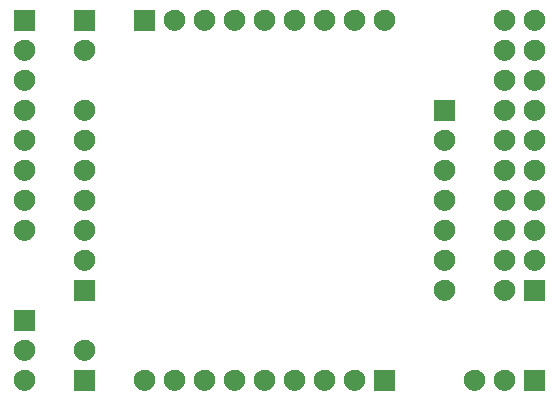
<source format=gbr>
G04 #@! TF.GenerationSoftware,KiCad,Pcbnew,(5.1.5)-3*
G04 #@! TF.CreationDate,2020-01-29T10:29:02+01:00*
G04 #@! TF.ProjectId,ProgrammingBoard,50726f67-7261-46d6-9d69-6e67426f6172,rev?*
G04 #@! TF.SameCoordinates,Original*
G04 #@! TF.FileFunction,Soldermask,Bot*
G04 #@! TF.FilePolarity,Negative*
%FSLAX46Y46*%
G04 Gerber Fmt 4.6, Leading zero omitted, Abs format (unit mm)*
G04 Created by KiCad (PCBNEW (5.1.5)-3) date 2020-01-29 10:29:02*
%MOMM*%
%LPD*%
G04 APERTURE LIST*
%ADD10C,0.100000*%
G04 APERTURE END LIST*
D10*
G36*
X164731000Y-132981000D02*
G01*
X162929000Y-132981000D01*
X162929000Y-131179000D01*
X164731000Y-131179000D01*
X164731000Y-132981000D01*
G37*
G36*
X199503512Y-131183927D02*
G01*
X199652812Y-131213624D01*
X199816784Y-131281544D01*
X199964354Y-131380147D01*
X200089853Y-131505646D01*
X200188456Y-131653216D01*
X200256376Y-131817188D01*
X200291000Y-131991259D01*
X200291000Y-132168741D01*
X200256376Y-132342812D01*
X200188456Y-132506784D01*
X200089853Y-132654354D01*
X199964354Y-132779853D01*
X199816784Y-132878456D01*
X199652812Y-132946376D01*
X199503512Y-132976073D01*
X199478742Y-132981000D01*
X199301258Y-132981000D01*
X199276488Y-132976073D01*
X199127188Y-132946376D01*
X198963216Y-132878456D01*
X198815646Y-132779853D01*
X198690147Y-132654354D01*
X198591544Y-132506784D01*
X198523624Y-132342812D01*
X198489000Y-132168741D01*
X198489000Y-131991259D01*
X198523624Y-131817188D01*
X198591544Y-131653216D01*
X198690147Y-131505646D01*
X198815646Y-131380147D01*
X198963216Y-131281544D01*
X199127188Y-131213624D01*
X199276488Y-131183927D01*
X199301258Y-131179000D01*
X199478742Y-131179000D01*
X199503512Y-131183927D01*
G37*
G36*
X169023512Y-131183927D02*
G01*
X169172812Y-131213624D01*
X169336784Y-131281544D01*
X169484354Y-131380147D01*
X169609853Y-131505646D01*
X169708456Y-131653216D01*
X169776376Y-131817188D01*
X169811000Y-131991259D01*
X169811000Y-132168741D01*
X169776376Y-132342812D01*
X169708456Y-132506784D01*
X169609853Y-132654354D01*
X169484354Y-132779853D01*
X169336784Y-132878456D01*
X169172812Y-132946376D01*
X169023512Y-132976073D01*
X168998742Y-132981000D01*
X168821258Y-132981000D01*
X168796488Y-132976073D01*
X168647188Y-132946376D01*
X168483216Y-132878456D01*
X168335646Y-132779853D01*
X168210147Y-132654354D01*
X168111544Y-132506784D01*
X168043624Y-132342812D01*
X168009000Y-132168741D01*
X168009000Y-131991259D01*
X168043624Y-131817188D01*
X168111544Y-131653216D01*
X168210147Y-131505646D01*
X168335646Y-131380147D01*
X168483216Y-131281544D01*
X168647188Y-131213624D01*
X168796488Y-131183927D01*
X168821258Y-131179000D01*
X168998742Y-131179000D01*
X169023512Y-131183927D01*
G37*
G36*
X171563512Y-131183927D02*
G01*
X171712812Y-131213624D01*
X171876784Y-131281544D01*
X172024354Y-131380147D01*
X172149853Y-131505646D01*
X172248456Y-131653216D01*
X172316376Y-131817188D01*
X172351000Y-131991259D01*
X172351000Y-132168741D01*
X172316376Y-132342812D01*
X172248456Y-132506784D01*
X172149853Y-132654354D01*
X172024354Y-132779853D01*
X171876784Y-132878456D01*
X171712812Y-132946376D01*
X171563512Y-132976073D01*
X171538742Y-132981000D01*
X171361258Y-132981000D01*
X171336488Y-132976073D01*
X171187188Y-132946376D01*
X171023216Y-132878456D01*
X170875646Y-132779853D01*
X170750147Y-132654354D01*
X170651544Y-132506784D01*
X170583624Y-132342812D01*
X170549000Y-132168741D01*
X170549000Y-131991259D01*
X170583624Y-131817188D01*
X170651544Y-131653216D01*
X170750147Y-131505646D01*
X170875646Y-131380147D01*
X171023216Y-131281544D01*
X171187188Y-131213624D01*
X171336488Y-131183927D01*
X171361258Y-131179000D01*
X171538742Y-131179000D01*
X171563512Y-131183927D01*
G37*
G36*
X174103512Y-131183927D02*
G01*
X174252812Y-131213624D01*
X174416784Y-131281544D01*
X174564354Y-131380147D01*
X174689853Y-131505646D01*
X174788456Y-131653216D01*
X174856376Y-131817188D01*
X174891000Y-131991259D01*
X174891000Y-132168741D01*
X174856376Y-132342812D01*
X174788456Y-132506784D01*
X174689853Y-132654354D01*
X174564354Y-132779853D01*
X174416784Y-132878456D01*
X174252812Y-132946376D01*
X174103512Y-132976073D01*
X174078742Y-132981000D01*
X173901258Y-132981000D01*
X173876488Y-132976073D01*
X173727188Y-132946376D01*
X173563216Y-132878456D01*
X173415646Y-132779853D01*
X173290147Y-132654354D01*
X173191544Y-132506784D01*
X173123624Y-132342812D01*
X173089000Y-132168741D01*
X173089000Y-131991259D01*
X173123624Y-131817188D01*
X173191544Y-131653216D01*
X173290147Y-131505646D01*
X173415646Y-131380147D01*
X173563216Y-131281544D01*
X173727188Y-131213624D01*
X173876488Y-131183927D01*
X173901258Y-131179000D01*
X174078742Y-131179000D01*
X174103512Y-131183927D01*
G37*
G36*
X176643512Y-131183927D02*
G01*
X176792812Y-131213624D01*
X176956784Y-131281544D01*
X177104354Y-131380147D01*
X177229853Y-131505646D01*
X177328456Y-131653216D01*
X177396376Y-131817188D01*
X177431000Y-131991259D01*
X177431000Y-132168741D01*
X177396376Y-132342812D01*
X177328456Y-132506784D01*
X177229853Y-132654354D01*
X177104354Y-132779853D01*
X176956784Y-132878456D01*
X176792812Y-132946376D01*
X176643512Y-132976073D01*
X176618742Y-132981000D01*
X176441258Y-132981000D01*
X176416488Y-132976073D01*
X176267188Y-132946376D01*
X176103216Y-132878456D01*
X175955646Y-132779853D01*
X175830147Y-132654354D01*
X175731544Y-132506784D01*
X175663624Y-132342812D01*
X175629000Y-132168741D01*
X175629000Y-131991259D01*
X175663624Y-131817188D01*
X175731544Y-131653216D01*
X175830147Y-131505646D01*
X175955646Y-131380147D01*
X176103216Y-131281544D01*
X176267188Y-131213624D01*
X176416488Y-131183927D01*
X176441258Y-131179000D01*
X176618742Y-131179000D01*
X176643512Y-131183927D01*
G37*
G36*
X179183512Y-131183927D02*
G01*
X179332812Y-131213624D01*
X179496784Y-131281544D01*
X179644354Y-131380147D01*
X179769853Y-131505646D01*
X179868456Y-131653216D01*
X179936376Y-131817188D01*
X179971000Y-131991259D01*
X179971000Y-132168741D01*
X179936376Y-132342812D01*
X179868456Y-132506784D01*
X179769853Y-132654354D01*
X179644354Y-132779853D01*
X179496784Y-132878456D01*
X179332812Y-132946376D01*
X179183512Y-132976073D01*
X179158742Y-132981000D01*
X178981258Y-132981000D01*
X178956488Y-132976073D01*
X178807188Y-132946376D01*
X178643216Y-132878456D01*
X178495646Y-132779853D01*
X178370147Y-132654354D01*
X178271544Y-132506784D01*
X178203624Y-132342812D01*
X178169000Y-132168741D01*
X178169000Y-131991259D01*
X178203624Y-131817188D01*
X178271544Y-131653216D01*
X178370147Y-131505646D01*
X178495646Y-131380147D01*
X178643216Y-131281544D01*
X178807188Y-131213624D01*
X178956488Y-131183927D01*
X178981258Y-131179000D01*
X179158742Y-131179000D01*
X179183512Y-131183927D01*
G37*
G36*
X181723512Y-131183927D02*
G01*
X181872812Y-131213624D01*
X182036784Y-131281544D01*
X182184354Y-131380147D01*
X182309853Y-131505646D01*
X182408456Y-131653216D01*
X182476376Y-131817188D01*
X182511000Y-131991259D01*
X182511000Y-132168741D01*
X182476376Y-132342812D01*
X182408456Y-132506784D01*
X182309853Y-132654354D01*
X182184354Y-132779853D01*
X182036784Y-132878456D01*
X181872812Y-132946376D01*
X181723512Y-132976073D01*
X181698742Y-132981000D01*
X181521258Y-132981000D01*
X181496488Y-132976073D01*
X181347188Y-132946376D01*
X181183216Y-132878456D01*
X181035646Y-132779853D01*
X180910147Y-132654354D01*
X180811544Y-132506784D01*
X180743624Y-132342812D01*
X180709000Y-132168741D01*
X180709000Y-131991259D01*
X180743624Y-131817188D01*
X180811544Y-131653216D01*
X180910147Y-131505646D01*
X181035646Y-131380147D01*
X181183216Y-131281544D01*
X181347188Y-131213624D01*
X181496488Y-131183927D01*
X181521258Y-131179000D01*
X181698742Y-131179000D01*
X181723512Y-131183927D01*
G37*
G36*
X184263512Y-131183927D02*
G01*
X184412812Y-131213624D01*
X184576784Y-131281544D01*
X184724354Y-131380147D01*
X184849853Y-131505646D01*
X184948456Y-131653216D01*
X185016376Y-131817188D01*
X185051000Y-131991259D01*
X185051000Y-132168741D01*
X185016376Y-132342812D01*
X184948456Y-132506784D01*
X184849853Y-132654354D01*
X184724354Y-132779853D01*
X184576784Y-132878456D01*
X184412812Y-132946376D01*
X184263512Y-132976073D01*
X184238742Y-132981000D01*
X184061258Y-132981000D01*
X184036488Y-132976073D01*
X183887188Y-132946376D01*
X183723216Y-132878456D01*
X183575646Y-132779853D01*
X183450147Y-132654354D01*
X183351544Y-132506784D01*
X183283624Y-132342812D01*
X183249000Y-132168741D01*
X183249000Y-131991259D01*
X183283624Y-131817188D01*
X183351544Y-131653216D01*
X183450147Y-131505646D01*
X183575646Y-131380147D01*
X183723216Y-131281544D01*
X183887188Y-131213624D01*
X184036488Y-131183927D01*
X184061258Y-131179000D01*
X184238742Y-131179000D01*
X184263512Y-131183927D01*
G37*
G36*
X186803512Y-131183927D02*
G01*
X186952812Y-131213624D01*
X187116784Y-131281544D01*
X187264354Y-131380147D01*
X187389853Y-131505646D01*
X187488456Y-131653216D01*
X187556376Y-131817188D01*
X187591000Y-131991259D01*
X187591000Y-132168741D01*
X187556376Y-132342812D01*
X187488456Y-132506784D01*
X187389853Y-132654354D01*
X187264354Y-132779853D01*
X187116784Y-132878456D01*
X186952812Y-132946376D01*
X186803512Y-132976073D01*
X186778742Y-132981000D01*
X186601258Y-132981000D01*
X186576488Y-132976073D01*
X186427188Y-132946376D01*
X186263216Y-132878456D01*
X186115646Y-132779853D01*
X185990147Y-132654354D01*
X185891544Y-132506784D01*
X185823624Y-132342812D01*
X185789000Y-132168741D01*
X185789000Y-131991259D01*
X185823624Y-131817188D01*
X185891544Y-131653216D01*
X185990147Y-131505646D01*
X186115646Y-131380147D01*
X186263216Y-131281544D01*
X186427188Y-131213624D01*
X186576488Y-131183927D01*
X186601258Y-131179000D01*
X186778742Y-131179000D01*
X186803512Y-131183927D01*
G37*
G36*
X190131000Y-132981000D02*
G01*
X188329000Y-132981000D01*
X188329000Y-131179000D01*
X190131000Y-131179000D01*
X190131000Y-132981000D01*
G37*
G36*
X196963512Y-131183927D02*
G01*
X197112812Y-131213624D01*
X197276784Y-131281544D01*
X197424354Y-131380147D01*
X197549853Y-131505646D01*
X197648456Y-131653216D01*
X197716376Y-131817188D01*
X197751000Y-131991259D01*
X197751000Y-132168741D01*
X197716376Y-132342812D01*
X197648456Y-132506784D01*
X197549853Y-132654354D01*
X197424354Y-132779853D01*
X197276784Y-132878456D01*
X197112812Y-132946376D01*
X196963512Y-132976073D01*
X196938742Y-132981000D01*
X196761258Y-132981000D01*
X196736488Y-132976073D01*
X196587188Y-132946376D01*
X196423216Y-132878456D01*
X196275646Y-132779853D01*
X196150147Y-132654354D01*
X196051544Y-132506784D01*
X195983624Y-132342812D01*
X195949000Y-132168741D01*
X195949000Y-131991259D01*
X195983624Y-131817188D01*
X196051544Y-131653216D01*
X196150147Y-131505646D01*
X196275646Y-131380147D01*
X196423216Y-131281544D01*
X196587188Y-131213624D01*
X196736488Y-131183927D01*
X196761258Y-131179000D01*
X196938742Y-131179000D01*
X196963512Y-131183927D01*
G37*
G36*
X202831000Y-132981000D02*
G01*
X201029000Y-132981000D01*
X201029000Y-131179000D01*
X202831000Y-131179000D01*
X202831000Y-132981000D01*
G37*
G36*
X158863512Y-131183927D02*
G01*
X159012812Y-131213624D01*
X159176784Y-131281544D01*
X159324354Y-131380147D01*
X159449853Y-131505646D01*
X159548456Y-131653216D01*
X159616376Y-131817188D01*
X159651000Y-131991259D01*
X159651000Y-132168741D01*
X159616376Y-132342812D01*
X159548456Y-132506784D01*
X159449853Y-132654354D01*
X159324354Y-132779853D01*
X159176784Y-132878456D01*
X159012812Y-132946376D01*
X158863512Y-132976073D01*
X158838742Y-132981000D01*
X158661258Y-132981000D01*
X158636488Y-132976073D01*
X158487188Y-132946376D01*
X158323216Y-132878456D01*
X158175646Y-132779853D01*
X158050147Y-132654354D01*
X157951544Y-132506784D01*
X157883624Y-132342812D01*
X157849000Y-132168741D01*
X157849000Y-131991259D01*
X157883624Y-131817188D01*
X157951544Y-131653216D01*
X158050147Y-131505646D01*
X158175646Y-131380147D01*
X158323216Y-131281544D01*
X158487188Y-131213624D01*
X158636488Y-131183927D01*
X158661258Y-131179000D01*
X158838742Y-131179000D01*
X158863512Y-131183927D01*
G37*
G36*
X163943512Y-128643927D02*
G01*
X164092812Y-128673624D01*
X164256784Y-128741544D01*
X164404354Y-128840147D01*
X164529853Y-128965646D01*
X164628456Y-129113216D01*
X164696376Y-129277188D01*
X164731000Y-129451259D01*
X164731000Y-129628741D01*
X164696376Y-129802812D01*
X164628456Y-129966784D01*
X164529853Y-130114354D01*
X164404354Y-130239853D01*
X164256784Y-130338456D01*
X164092812Y-130406376D01*
X163943512Y-130436073D01*
X163918742Y-130441000D01*
X163741258Y-130441000D01*
X163716488Y-130436073D01*
X163567188Y-130406376D01*
X163403216Y-130338456D01*
X163255646Y-130239853D01*
X163130147Y-130114354D01*
X163031544Y-129966784D01*
X162963624Y-129802812D01*
X162929000Y-129628741D01*
X162929000Y-129451259D01*
X162963624Y-129277188D01*
X163031544Y-129113216D01*
X163130147Y-128965646D01*
X163255646Y-128840147D01*
X163403216Y-128741544D01*
X163567188Y-128673624D01*
X163716488Y-128643927D01*
X163741258Y-128639000D01*
X163918742Y-128639000D01*
X163943512Y-128643927D01*
G37*
G36*
X158863512Y-128643927D02*
G01*
X159012812Y-128673624D01*
X159176784Y-128741544D01*
X159324354Y-128840147D01*
X159449853Y-128965646D01*
X159548456Y-129113216D01*
X159616376Y-129277188D01*
X159651000Y-129451259D01*
X159651000Y-129628741D01*
X159616376Y-129802812D01*
X159548456Y-129966784D01*
X159449853Y-130114354D01*
X159324354Y-130239853D01*
X159176784Y-130338456D01*
X159012812Y-130406376D01*
X158863512Y-130436073D01*
X158838742Y-130441000D01*
X158661258Y-130441000D01*
X158636488Y-130436073D01*
X158487188Y-130406376D01*
X158323216Y-130338456D01*
X158175646Y-130239853D01*
X158050147Y-130114354D01*
X157951544Y-129966784D01*
X157883624Y-129802812D01*
X157849000Y-129628741D01*
X157849000Y-129451259D01*
X157883624Y-129277188D01*
X157951544Y-129113216D01*
X158050147Y-128965646D01*
X158175646Y-128840147D01*
X158323216Y-128741544D01*
X158487188Y-128673624D01*
X158636488Y-128643927D01*
X158661258Y-128639000D01*
X158838742Y-128639000D01*
X158863512Y-128643927D01*
G37*
G36*
X159651000Y-127901000D02*
G01*
X157849000Y-127901000D01*
X157849000Y-126099000D01*
X159651000Y-126099000D01*
X159651000Y-127901000D01*
G37*
G36*
X199503512Y-123563927D02*
G01*
X199652812Y-123593624D01*
X199816784Y-123661544D01*
X199964354Y-123760147D01*
X200089853Y-123885646D01*
X200188456Y-124033216D01*
X200256376Y-124197188D01*
X200291000Y-124371259D01*
X200291000Y-124548741D01*
X200256376Y-124722812D01*
X200188456Y-124886784D01*
X200089853Y-125034354D01*
X199964354Y-125159853D01*
X199816784Y-125258456D01*
X199652812Y-125326376D01*
X199503512Y-125356073D01*
X199478742Y-125361000D01*
X199301258Y-125361000D01*
X199276488Y-125356073D01*
X199127188Y-125326376D01*
X198963216Y-125258456D01*
X198815646Y-125159853D01*
X198690147Y-125034354D01*
X198591544Y-124886784D01*
X198523624Y-124722812D01*
X198489000Y-124548741D01*
X198489000Y-124371259D01*
X198523624Y-124197188D01*
X198591544Y-124033216D01*
X198690147Y-123885646D01*
X198815646Y-123760147D01*
X198963216Y-123661544D01*
X199127188Y-123593624D01*
X199276488Y-123563927D01*
X199301258Y-123559000D01*
X199478742Y-123559000D01*
X199503512Y-123563927D01*
G37*
G36*
X202831000Y-125361000D02*
G01*
X201029000Y-125361000D01*
X201029000Y-123559000D01*
X202831000Y-123559000D01*
X202831000Y-125361000D01*
G37*
G36*
X194423512Y-123563927D02*
G01*
X194572812Y-123593624D01*
X194736784Y-123661544D01*
X194884354Y-123760147D01*
X195009853Y-123885646D01*
X195108456Y-124033216D01*
X195176376Y-124197188D01*
X195211000Y-124371259D01*
X195211000Y-124548741D01*
X195176376Y-124722812D01*
X195108456Y-124886784D01*
X195009853Y-125034354D01*
X194884354Y-125159853D01*
X194736784Y-125258456D01*
X194572812Y-125326376D01*
X194423512Y-125356073D01*
X194398742Y-125361000D01*
X194221258Y-125361000D01*
X194196488Y-125356073D01*
X194047188Y-125326376D01*
X193883216Y-125258456D01*
X193735646Y-125159853D01*
X193610147Y-125034354D01*
X193511544Y-124886784D01*
X193443624Y-124722812D01*
X193409000Y-124548741D01*
X193409000Y-124371259D01*
X193443624Y-124197188D01*
X193511544Y-124033216D01*
X193610147Y-123885646D01*
X193735646Y-123760147D01*
X193883216Y-123661544D01*
X194047188Y-123593624D01*
X194196488Y-123563927D01*
X194221258Y-123559000D01*
X194398742Y-123559000D01*
X194423512Y-123563927D01*
G37*
G36*
X164731000Y-125361000D02*
G01*
X162929000Y-125361000D01*
X162929000Y-123559000D01*
X164731000Y-123559000D01*
X164731000Y-125361000D01*
G37*
G36*
X194423512Y-121023927D02*
G01*
X194572812Y-121053624D01*
X194736784Y-121121544D01*
X194884354Y-121220147D01*
X195009853Y-121345646D01*
X195108456Y-121493216D01*
X195176376Y-121657188D01*
X195211000Y-121831259D01*
X195211000Y-122008741D01*
X195176376Y-122182812D01*
X195108456Y-122346784D01*
X195009853Y-122494354D01*
X194884354Y-122619853D01*
X194736784Y-122718456D01*
X194572812Y-122786376D01*
X194423512Y-122816073D01*
X194398742Y-122821000D01*
X194221258Y-122821000D01*
X194196488Y-122816073D01*
X194047188Y-122786376D01*
X193883216Y-122718456D01*
X193735646Y-122619853D01*
X193610147Y-122494354D01*
X193511544Y-122346784D01*
X193443624Y-122182812D01*
X193409000Y-122008741D01*
X193409000Y-121831259D01*
X193443624Y-121657188D01*
X193511544Y-121493216D01*
X193610147Y-121345646D01*
X193735646Y-121220147D01*
X193883216Y-121121544D01*
X194047188Y-121053624D01*
X194196488Y-121023927D01*
X194221258Y-121019000D01*
X194398742Y-121019000D01*
X194423512Y-121023927D01*
G37*
G36*
X202043512Y-121023927D02*
G01*
X202192812Y-121053624D01*
X202356784Y-121121544D01*
X202504354Y-121220147D01*
X202629853Y-121345646D01*
X202728456Y-121493216D01*
X202796376Y-121657188D01*
X202831000Y-121831259D01*
X202831000Y-122008741D01*
X202796376Y-122182812D01*
X202728456Y-122346784D01*
X202629853Y-122494354D01*
X202504354Y-122619853D01*
X202356784Y-122718456D01*
X202192812Y-122786376D01*
X202043512Y-122816073D01*
X202018742Y-122821000D01*
X201841258Y-122821000D01*
X201816488Y-122816073D01*
X201667188Y-122786376D01*
X201503216Y-122718456D01*
X201355646Y-122619853D01*
X201230147Y-122494354D01*
X201131544Y-122346784D01*
X201063624Y-122182812D01*
X201029000Y-122008741D01*
X201029000Y-121831259D01*
X201063624Y-121657188D01*
X201131544Y-121493216D01*
X201230147Y-121345646D01*
X201355646Y-121220147D01*
X201503216Y-121121544D01*
X201667188Y-121053624D01*
X201816488Y-121023927D01*
X201841258Y-121019000D01*
X202018742Y-121019000D01*
X202043512Y-121023927D01*
G37*
G36*
X199503512Y-121023927D02*
G01*
X199652812Y-121053624D01*
X199816784Y-121121544D01*
X199964354Y-121220147D01*
X200089853Y-121345646D01*
X200188456Y-121493216D01*
X200256376Y-121657188D01*
X200291000Y-121831259D01*
X200291000Y-122008741D01*
X200256376Y-122182812D01*
X200188456Y-122346784D01*
X200089853Y-122494354D01*
X199964354Y-122619853D01*
X199816784Y-122718456D01*
X199652812Y-122786376D01*
X199503512Y-122816073D01*
X199478742Y-122821000D01*
X199301258Y-122821000D01*
X199276488Y-122816073D01*
X199127188Y-122786376D01*
X198963216Y-122718456D01*
X198815646Y-122619853D01*
X198690147Y-122494354D01*
X198591544Y-122346784D01*
X198523624Y-122182812D01*
X198489000Y-122008741D01*
X198489000Y-121831259D01*
X198523624Y-121657188D01*
X198591544Y-121493216D01*
X198690147Y-121345646D01*
X198815646Y-121220147D01*
X198963216Y-121121544D01*
X199127188Y-121053624D01*
X199276488Y-121023927D01*
X199301258Y-121019000D01*
X199478742Y-121019000D01*
X199503512Y-121023927D01*
G37*
G36*
X163943512Y-121023927D02*
G01*
X164092812Y-121053624D01*
X164256784Y-121121544D01*
X164404354Y-121220147D01*
X164529853Y-121345646D01*
X164628456Y-121493216D01*
X164696376Y-121657188D01*
X164731000Y-121831259D01*
X164731000Y-122008741D01*
X164696376Y-122182812D01*
X164628456Y-122346784D01*
X164529853Y-122494354D01*
X164404354Y-122619853D01*
X164256784Y-122718456D01*
X164092812Y-122786376D01*
X163943512Y-122816073D01*
X163918742Y-122821000D01*
X163741258Y-122821000D01*
X163716488Y-122816073D01*
X163567188Y-122786376D01*
X163403216Y-122718456D01*
X163255646Y-122619853D01*
X163130147Y-122494354D01*
X163031544Y-122346784D01*
X162963624Y-122182812D01*
X162929000Y-122008741D01*
X162929000Y-121831259D01*
X162963624Y-121657188D01*
X163031544Y-121493216D01*
X163130147Y-121345646D01*
X163255646Y-121220147D01*
X163403216Y-121121544D01*
X163567188Y-121053624D01*
X163716488Y-121023927D01*
X163741258Y-121019000D01*
X163918742Y-121019000D01*
X163943512Y-121023927D01*
G37*
G36*
X202043512Y-118483927D02*
G01*
X202192812Y-118513624D01*
X202356784Y-118581544D01*
X202504354Y-118680147D01*
X202629853Y-118805646D01*
X202728456Y-118953216D01*
X202796376Y-119117188D01*
X202831000Y-119291259D01*
X202831000Y-119468741D01*
X202796376Y-119642812D01*
X202728456Y-119806784D01*
X202629853Y-119954354D01*
X202504354Y-120079853D01*
X202356784Y-120178456D01*
X202192812Y-120246376D01*
X202043512Y-120276073D01*
X202018742Y-120281000D01*
X201841258Y-120281000D01*
X201816488Y-120276073D01*
X201667188Y-120246376D01*
X201503216Y-120178456D01*
X201355646Y-120079853D01*
X201230147Y-119954354D01*
X201131544Y-119806784D01*
X201063624Y-119642812D01*
X201029000Y-119468741D01*
X201029000Y-119291259D01*
X201063624Y-119117188D01*
X201131544Y-118953216D01*
X201230147Y-118805646D01*
X201355646Y-118680147D01*
X201503216Y-118581544D01*
X201667188Y-118513624D01*
X201816488Y-118483927D01*
X201841258Y-118479000D01*
X202018742Y-118479000D01*
X202043512Y-118483927D01*
G37*
G36*
X158863512Y-118483927D02*
G01*
X159012812Y-118513624D01*
X159176784Y-118581544D01*
X159324354Y-118680147D01*
X159449853Y-118805646D01*
X159548456Y-118953216D01*
X159616376Y-119117188D01*
X159651000Y-119291259D01*
X159651000Y-119468741D01*
X159616376Y-119642812D01*
X159548456Y-119806784D01*
X159449853Y-119954354D01*
X159324354Y-120079853D01*
X159176784Y-120178456D01*
X159012812Y-120246376D01*
X158863512Y-120276073D01*
X158838742Y-120281000D01*
X158661258Y-120281000D01*
X158636488Y-120276073D01*
X158487188Y-120246376D01*
X158323216Y-120178456D01*
X158175646Y-120079853D01*
X158050147Y-119954354D01*
X157951544Y-119806784D01*
X157883624Y-119642812D01*
X157849000Y-119468741D01*
X157849000Y-119291259D01*
X157883624Y-119117188D01*
X157951544Y-118953216D01*
X158050147Y-118805646D01*
X158175646Y-118680147D01*
X158323216Y-118581544D01*
X158487188Y-118513624D01*
X158636488Y-118483927D01*
X158661258Y-118479000D01*
X158838742Y-118479000D01*
X158863512Y-118483927D01*
G37*
G36*
X199503512Y-118483927D02*
G01*
X199652812Y-118513624D01*
X199816784Y-118581544D01*
X199964354Y-118680147D01*
X200089853Y-118805646D01*
X200188456Y-118953216D01*
X200256376Y-119117188D01*
X200291000Y-119291259D01*
X200291000Y-119468741D01*
X200256376Y-119642812D01*
X200188456Y-119806784D01*
X200089853Y-119954354D01*
X199964354Y-120079853D01*
X199816784Y-120178456D01*
X199652812Y-120246376D01*
X199503512Y-120276073D01*
X199478742Y-120281000D01*
X199301258Y-120281000D01*
X199276488Y-120276073D01*
X199127188Y-120246376D01*
X198963216Y-120178456D01*
X198815646Y-120079853D01*
X198690147Y-119954354D01*
X198591544Y-119806784D01*
X198523624Y-119642812D01*
X198489000Y-119468741D01*
X198489000Y-119291259D01*
X198523624Y-119117188D01*
X198591544Y-118953216D01*
X198690147Y-118805646D01*
X198815646Y-118680147D01*
X198963216Y-118581544D01*
X199127188Y-118513624D01*
X199276488Y-118483927D01*
X199301258Y-118479000D01*
X199478742Y-118479000D01*
X199503512Y-118483927D01*
G37*
G36*
X194423512Y-118483927D02*
G01*
X194572812Y-118513624D01*
X194736784Y-118581544D01*
X194884354Y-118680147D01*
X195009853Y-118805646D01*
X195108456Y-118953216D01*
X195176376Y-119117188D01*
X195211000Y-119291259D01*
X195211000Y-119468741D01*
X195176376Y-119642812D01*
X195108456Y-119806784D01*
X195009853Y-119954354D01*
X194884354Y-120079853D01*
X194736784Y-120178456D01*
X194572812Y-120246376D01*
X194423512Y-120276073D01*
X194398742Y-120281000D01*
X194221258Y-120281000D01*
X194196488Y-120276073D01*
X194047188Y-120246376D01*
X193883216Y-120178456D01*
X193735646Y-120079853D01*
X193610147Y-119954354D01*
X193511544Y-119806784D01*
X193443624Y-119642812D01*
X193409000Y-119468741D01*
X193409000Y-119291259D01*
X193443624Y-119117188D01*
X193511544Y-118953216D01*
X193610147Y-118805646D01*
X193735646Y-118680147D01*
X193883216Y-118581544D01*
X194047188Y-118513624D01*
X194196488Y-118483927D01*
X194221258Y-118479000D01*
X194398742Y-118479000D01*
X194423512Y-118483927D01*
G37*
G36*
X163943512Y-118483927D02*
G01*
X164092812Y-118513624D01*
X164256784Y-118581544D01*
X164404354Y-118680147D01*
X164529853Y-118805646D01*
X164628456Y-118953216D01*
X164696376Y-119117188D01*
X164731000Y-119291259D01*
X164731000Y-119468741D01*
X164696376Y-119642812D01*
X164628456Y-119806784D01*
X164529853Y-119954354D01*
X164404354Y-120079853D01*
X164256784Y-120178456D01*
X164092812Y-120246376D01*
X163943512Y-120276073D01*
X163918742Y-120281000D01*
X163741258Y-120281000D01*
X163716488Y-120276073D01*
X163567188Y-120246376D01*
X163403216Y-120178456D01*
X163255646Y-120079853D01*
X163130147Y-119954354D01*
X163031544Y-119806784D01*
X162963624Y-119642812D01*
X162929000Y-119468741D01*
X162929000Y-119291259D01*
X162963624Y-119117188D01*
X163031544Y-118953216D01*
X163130147Y-118805646D01*
X163255646Y-118680147D01*
X163403216Y-118581544D01*
X163567188Y-118513624D01*
X163716488Y-118483927D01*
X163741258Y-118479000D01*
X163918742Y-118479000D01*
X163943512Y-118483927D01*
G37*
G36*
X163943512Y-115943927D02*
G01*
X164092812Y-115973624D01*
X164256784Y-116041544D01*
X164404354Y-116140147D01*
X164529853Y-116265646D01*
X164628456Y-116413216D01*
X164696376Y-116577188D01*
X164731000Y-116751259D01*
X164731000Y-116928741D01*
X164696376Y-117102812D01*
X164628456Y-117266784D01*
X164529853Y-117414354D01*
X164404354Y-117539853D01*
X164256784Y-117638456D01*
X164092812Y-117706376D01*
X163943512Y-117736073D01*
X163918742Y-117741000D01*
X163741258Y-117741000D01*
X163716488Y-117736073D01*
X163567188Y-117706376D01*
X163403216Y-117638456D01*
X163255646Y-117539853D01*
X163130147Y-117414354D01*
X163031544Y-117266784D01*
X162963624Y-117102812D01*
X162929000Y-116928741D01*
X162929000Y-116751259D01*
X162963624Y-116577188D01*
X163031544Y-116413216D01*
X163130147Y-116265646D01*
X163255646Y-116140147D01*
X163403216Y-116041544D01*
X163567188Y-115973624D01*
X163716488Y-115943927D01*
X163741258Y-115939000D01*
X163918742Y-115939000D01*
X163943512Y-115943927D01*
G37*
G36*
X202043512Y-115943927D02*
G01*
X202192812Y-115973624D01*
X202356784Y-116041544D01*
X202504354Y-116140147D01*
X202629853Y-116265646D01*
X202728456Y-116413216D01*
X202796376Y-116577188D01*
X202831000Y-116751259D01*
X202831000Y-116928741D01*
X202796376Y-117102812D01*
X202728456Y-117266784D01*
X202629853Y-117414354D01*
X202504354Y-117539853D01*
X202356784Y-117638456D01*
X202192812Y-117706376D01*
X202043512Y-117736073D01*
X202018742Y-117741000D01*
X201841258Y-117741000D01*
X201816488Y-117736073D01*
X201667188Y-117706376D01*
X201503216Y-117638456D01*
X201355646Y-117539853D01*
X201230147Y-117414354D01*
X201131544Y-117266784D01*
X201063624Y-117102812D01*
X201029000Y-116928741D01*
X201029000Y-116751259D01*
X201063624Y-116577188D01*
X201131544Y-116413216D01*
X201230147Y-116265646D01*
X201355646Y-116140147D01*
X201503216Y-116041544D01*
X201667188Y-115973624D01*
X201816488Y-115943927D01*
X201841258Y-115939000D01*
X202018742Y-115939000D01*
X202043512Y-115943927D01*
G37*
G36*
X194423512Y-115943927D02*
G01*
X194572812Y-115973624D01*
X194736784Y-116041544D01*
X194884354Y-116140147D01*
X195009853Y-116265646D01*
X195108456Y-116413216D01*
X195176376Y-116577188D01*
X195211000Y-116751259D01*
X195211000Y-116928741D01*
X195176376Y-117102812D01*
X195108456Y-117266784D01*
X195009853Y-117414354D01*
X194884354Y-117539853D01*
X194736784Y-117638456D01*
X194572812Y-117706376D01*
X194423512Y-117736073D01*
X194398742Y-117741000D01*
X194221258Y-117741000D01*
X194196488Y-117736073D01*
X194047188Y-117706376D01*
X193883216Y-117638456D01*
X193735646Y-117539853D01*
X193610147Y-117414354D01*
X193511544Y-117266784D01*
X193443624Y-117102812D01*
X193409000Y-116928741D01*
X193409000Y-116751259D01*
X193443624Y-116577188D01*
X193511544Y-116413216D01*
X193610147Y-116265646D01*
X193735646Y-116140147D01*
X193883216Y-116041544D01*
X194047188Y-115973624D01*
X194196488Y-115943927D01*
X194221258Y-115939000D01*
X194398742Y-115939000D01*
X194423512Y-115943927D01*
G37*
G36*
X199503512Y-115943927D02*
G01*
X199652812Y-115973624D01*
X199816784Y-116041544D01*
X199964354Y-116140147D01*
X200089853Y-116265646D01*
X200188456Y-116413216D01*
X200256376Y-116577188D01*
X200291000Y-116751259D01*
X200291000Y-116928741D01*
X200256376Y-117102812D01*
X200188456Y-117266784D01*
X200089853Y-117414354D01*
X199964354Y-117539853D01*
X199816784Y-117638456D01*
X199652812Y-117706376D01*
X199503512Y-117736073D01*
X199478742Y-117741000D01*
X199301258Y-117741000D01*
X199276488Y-117736073D01*
X199127188Y-117706376D01*
X198963216Y-117638456D01*
X198815646Y-117539853D01*
X198690147Y-117414354D01*
X198591544Y-117266784D01*
X198523624Y-117102812D01*
X198489000Y-116928741D01*
X198489000Y-116751259D01*
X198523624Y-116577188D01*
X198591544Y-116413216D01*
X198690147Y-116265646D01*
X198815646Y-116140147D01*
X198963216Y-116041544D01*
X199127188Y-115973624D01*
X199276488Y-115943927D01*
X199301258Y-115939000D01*
X199478742Y-115939000D01*
X199503512Y-115943927D01*
G37*
G36*
X158863512Y-115943927D02*
G01*
X159012812Y-115973624D01*
X159176784Y-116041544D01*
X159324354Y-116140147D01*
X159449853Y-116265646D01*
X159548456Y-116413216D01*
X159616376Y-116577188D01*
X159651000Y-116751259D01*
X159651000Y-116928741D01*
X159616376Y-117102812D01*
X159548456Y-117266784D01*
X159449853Y-117414354D01*
X159324354Y-117539853D01*
X159176784Y-117638456D01*
X159012812Y-117706376D01*
X158863512Y-117736073D01*
X158838742Y-117741000D01*
X158661258Y-117741000D01*
X158636488Y-117736073D01*
X158487188Y-117706376D01*
X158323216Y-117638456D01*
X158175646Y-117539853D01*
X158050147Y-117414354D01*
X157951544Y-117266784D01*
X157883624Y-117102812D01*
X157849000Y-116928741D01*
X157849000Y-116751259D01*
X157883624Y-116577188D01*
X157951544Y-116413216D01*
X158050147Y-116265646D01*
X158175646Y-116140147D01*
X158323216Y-116041544D01*
X158487188Y-115973624D01*
X158636488Y-115943927D01*
X158661258Y-115939000D01*
X158838742Y-115939000D01*
X158863512Y-115943927D01*
G37*
G36*
X199503512Y-113403927D02*
G01*
X199652812Y-113433624D01*
X199816784Y-113501544D01*
X199964354Y-113600147D01*
X200089853Y-113725646D01*
X200188456Y-113873216D01*
X200256376Y-114037188D01*
X200291000Y-114211259D01*
X200291000Y-114388741D01*
X200256376Y-114562812D01*
X200188456Y-114726784D01*
X200089853Y-114874354D01*
X199964354Y-114999853D01*
X199816784Y-115098456D01*
X199652812Y-115166376D01*
X199503512Y-115196073D01*
X199478742Y-115201000D01*
X199301258Y-115201000D01*
X199276488Y-115196073D01*
X199127188Y-115166376D01*
X198963216Y-115098456D01*
X198815646Y-114999853D01*
X198690147Y-114874354D01*
X198591544Y-114726784D01*
X198523624Y-114562812D01*
X198489000Y-114388741D01*
X198489000Y-114211259D01*
X198523624Y-114037188D01*
X198591544Y-113873216D01*
X198690147Y-113725646D01*
X198815646Y-113600147D01*
X198963216Y-113501544D01*
X199127188Y-113433624D01*
X199276488Y-113403927D01*
X199301258Y-113399000D01*
X199478742Y-113399000D01*
X199503512Y-113403927D01*
G37*
G36*
X158863512Y-113403927D02*
G01*
X159012812Y-113433624D01*
X159176784Y-113501544D01*
X159324354Y-113600147D01*
X159449853Y-113725646D01*
X159548456Y-113873216D01*
X159616376Y-114037188D01*
X159651000Y-114211259D01*
X159651000Y-114388741D01*
X159616376Y-114562812D01*
X159548456Y-114726784D01*
X159449853Y-114874354D01*
X159324354Y-114999853D01*
X159176784Y-115098456D01*
X159012812Y-115166376D01*
X158863512Y-115196073D01*
X158838742Y-115201000D01*
X158661258Y-115201000D01*
X158636488Y-115196073D01*
X158487188Y-115166376D01*
X158323216Y-115098456D01*
X158175646Y-114999853D01*
X158050147Y-114874354D01*
X157951544Y-114726784D01*
X157883624Y-114562812D01*
X157849000Y-114388741D01*
X157849000Y-114211259D01*
X157883624Y-114037188D01*
X157951544Y-113873216D01*
X158050147Y-113725646D01*
X158175646Y-113600147D01*
X158323216Y-113501544D01*
X158487188Y-113433624D01*
X158636488Y-113403927D01*
X158661258Y-113399000D01*
X158838742Y-113399000D01*
X158863512Y-113403927D01*
G37*
G36*
X163943512Y-113403927D02*
G01*
X164092812Y-113433624D01*
X164256784Y-113501544D01*
X164404354Y-113600147D01*
X164529853Y-113725646D01*
X164628456Y-113873216D01*
X164696376Y-114037188D01*
X164731000Y-114211259D01*
X164731000Y-114388741D01*
X164696376Y-114562812D01*
X164628456Y-114726784D01*
X164529853Y-114874354D01*
X164404354Y-114999853D01*
X164256784Y-115098456D01*
X164092812Y-115166376D01*
X163943512Y-115196073D01*
X163918742Y-115201000D01*
X163741258Y-115201000D01*
X163716488Y-115196073D01*
X163567188Y-115166376D01*
X163403216Y-115098456D01*
X163255646Y-114999853D01*
X163130147Y-114874354D01*
X163031544Y-114726784D01*
X162963624Y-114562812D01*
X162929000Y-114388741D01*
X162929000Y-114211259D01*
X162963624Y-114037188D01*
X163031544Y-113873216D01*
X163130147Y-113725646D01*
X163255646Y-113600147D01*
X163403216Y-113501544D01*
X163567188Y-113433624D01*
X163716488Y-113403927D01*
X163741258Y-113399000D01*
X163918742Y-113399000D01*
X163943512Y-113403927D01*
G37*
G36*
X202043512Y-113403927D02*
G01*
X202192812Y-113433624D01*
X202356784Y-113501544D01*
X202504354Y-113600147D01*
X202629853Y-113725646D01*
X202728456Y-113873216D01*
X202796376Y-114037188D01*
X202831000Y-114211259D01*
X202831000Y-114388741D01*
X202796376Y-114562812D01*
X202728456Y-114726784D01*
X202629853Y-114874354D01*
X202504354Y-114999853D01*
X202356784Y-115098456D01*
X202192812Y-115166376D01*
X202043512Y-115196073D01*
X202018742Y-115201000D01*
X201841258Y-115201000D01*
X201816488Y-115196073D01*
X201667188Y-115166376D01*
X201503216Y-115098456D01*
X201355646Y-114999853D01*
X201230147Y-114874354D01*
X201131544Y-114726784D01*
X201063624Y-114562812D01*
X201029000Y-114388741D01*
X201029000Y-114211259D01*
X201063624Y-114037188D01*
X201131544Y-113873216D01*
X201230147Y-113725646D01*
X201355646Y-113600147D01*
X201503216Y-113501544D01*
X201667188Y-113433624D01*
X201816488Y-113403927D01*
X201841258Y-113399000D01*
X202018742Y-113399000D01*
X202043512Y-113403927D01*
G37*
G36*
X194423512Y-113403927D02*
G01*
X194572812Y-113433624D01*
X194736784Y-113501544D01*
X194884354Y-113600147D01*
X195009853Y-113725646D01*
X195108456Y-113873216D01*
X195176376Y-114037188D01*
X195211000Y-114211259D01*
X195211000Y-114388741D01*
X195176376Y-114562812D01*
X195108456Y-114726784D01*
X195009853Y-114874354D01*
X194884354Y-114999853D01*
X194736784Y-115098456D01*
X194572812Y-115166376D01*
X194423512Y-115196073D01*
X194398742Y-115201000D01*
X194221258Y-115201000D01*
X194196488Y-115196073D01*
X194047188Y-115166376D01*
X193883216Y-115098456D01*
X193735646Y-114999853D01*
X193610147Y-114874354D01*
X193511544Y-114726784D01*
X193443624Y-114562812D01*
X193409000Y-114388741D01*
X193409000Y-114211259D01*
X193443624Y-114037188D01*
X193511544Y-113873216D01*
X193610147Y-113725646D01*
X193735646Y-113600147D01*
X193883216Y-113501544D01*
X194047188Y-113433624D01*
X194196488Y-113403927D01*
X194221258Y-113399000D01*
X194398742Y-113399000D01*
X194423512Y-113403927D01*
G37*
G36*
X163943512Y-110863927D02*
G01*
X164092812Y-110893624D01*
X164256784Y-110961544D01*
X164404354Y-111060147D01*
X164529853Y-111185646D01*
X164628456Y-111333216D01*
X164696376Y-111497188D01*
X164731000Y-111671259D01*
X164731000Y-111848741D01*
X164696376Y-112022812D01*
X164628456Y-112186784D01*
X164529853Y-112334354D01*
X164404354Y-112459853D01*
X164256784Y-112558456D01*
X164092812Y-112626376D01*
X163943512Y-112656073D01*
X163918742Y-112661000D01*
X163741258Y-112661000D01*
X163716488Y-112656073D01*
X163567188Y-112626376D01*
X163403216Y-112558456D01*
X163255646Y-112459853D01*
X163130147Y-112334354D01*
X163031544Y-112186784D01*
X162963624Y-112022812D01*
X162929000Y-111848741D01*
X162929000Y-111671259D01*
X162963624Y-111497188D01*
X163031544Y-111333216D01*
X163130147Y-111185646D01*
X163255646Y-111060147D01*
X163403216Y-110961544D01*
X163567188Y-110893624D01*
X163716488Y-110863927D01*
X163741258Y-110859000D01*
X163918742Y-110859000D01*
X163943512Y-110863927D01*
G37*
G36*
X202043512Y-110863927D02*
G01*
X202192812Y-110893624D01*
X202356784Y-110961544D01*
X202504354Y-111060147D01*
X202629853Y-111185646D01*
X202728456Y-111333216D01*
X202796376Y-111497188D01*
X202831000Y-111671259D01*
X202831000Y-111848741D01*
X202796376Y-112022812D01*
X202728456Y-112186784D01*
X202629853Y-112334354D01*
X202504354Y-112459853D01*
X202356784Y-112558456D01*
X202192812Y-112626376D01*
X202043512Y-112656073D01*
X202018742Y-112661000D01*
X201841258Y-112661000D01*
X201816488Y-112656073D01*
X201667188Y-112626376D01*
X201503216Y-112558456D01*
X201355646Y-112459853D01*
X201230147Y-112334354D01*
X201131544Y-112186784D01*
X201063624Y-112022812D01*
X201029000Y-111848741D01*
X201029000Y-111671259D01*
X201063624Y-111497188D01*
X201131544Y-111333216D01*
X201230147Y-111185646D01*
X201355646Y-111060147D01*
X201503216Y-110961544D01*
X201667188Y-110893624D01*
X201816488Y-110863927D01*
X201841258Y-110859000D01*
X202018742Y-110859000D01*
X202043512Y-110863927D01*
G37*
G36*
X199503512Y-110863927D02*
G01*
X199652812Y-110893624D01*
X199816784Y-110961544D01*
X199964354Y-111060147D01*
X200089853Y-111185646D01*
X200188456Y-111333216D01*
X200256376Y-111497188D01*
X200291000Y-111671259D01*
X200291000Y-111848741D01*
X200256376Y-112022812D01*
X200188456Y-112186784D01*
X200089853Y-112334354D01*
X199964354Y-112459853D01*
X199816784Y-112558456D01*
X199652812Y-112626376D01*
X199503512Y-112656073D01*
X199478742Y-112661000D01*
X199301258Y-112661000D01*
X199276488Y-112656073D01*
X199127188Y-112626376D01*
X198963216Y-112558456D01*
X198815646Y-112459853D01*
X198690147Y-112334354D01*
X198591544Y-112186784D01*
X198523624Y-112022812D01*
X198489000Y-111848741D01*
X198489000Y-111671259D01*
X198523624Y-111497188D01*
X198591544Y-111333216D01*
X198690147Y-111185646D01*
X198815646Y-111060147D01*
X198963216Y-110961544D01*
X199127188Y-110893624D01*
X199276488Y-110863927D01*
X199301258Y-110859000D01*
X199478742Y-110859000D01*
X199503512Y-110863927D01*
G37*
G36*
X194423512Y-110863927D02*
G01*
X194572812Y-110893624D01*
X194736784Y-110961544D01*
X194884354Y-111060147D01*
X195009853Y-111185646D01*
X195108456Y-111333216D01*
X195176376Y-111497188D01*
X195211000Y-111671259D01*
X195211000Y-111848741D01*
X195176376Y-112022812D01*
X195108456Y-112186784D01*
X195009853Y-112334354D01*
X194884354Y-112459853D01*
X194736784Y-112558456D01*
X194572812Y-112626376D01*
X194423512Y-112656073D01*
X194398742Y-112661000D01*
X194221258Y-112661000D01*
X194196488Y-112656073D01*
X194047188Y-112626376D01*
X193883216Y-112558456D01*
X193735646Y-112459853D01*
X193610147Y-112334354D01*
X193511544Y-112186784D01*
X193443624Y-112022812D01*
X193409000Y-111848741D01*
X193409000Y-111671259D01*
X193443624Y-111497188D01*
X193511544Y-111333216D01*
X193610147Y-111185646D01*
X193735646Y-111060147D01*
X193883216Y-110961544D01*
X194047188Y-110893624D01*
X194196488Y-110863927D01*
X194221258Y-110859000D01*
X194398742Y-110859000D01*
X194423512Y-110863927D01*
G37*
G36*
X158863512Y-110863927D02*
G01*
X159012812Y-110893624D01*
X159176784Y-110961544D01*
X159324354Y-111060147D01*
X159449853Y-111185646D01*
X159548456Y-111333216D01*
X159616376Y-111497188D01*
X159651000Y-111671259D01*
X159651000Y-111848741D01*
X159616376Y-112022812D01*
X159548456Y-112186784D01*
X159449853Y-112334354D01*
X159324354Y-112459853D01*
X159176784Y-112558456D01*
X159012812Y-112626376D01*
X158863512Y-112656073D01*
X158838742Y-112661000D01*
X158661258Y-112661000D01*
X158636488Y-112656073D01*
X158487188Y-112626376D01*
X158323216Y-112558456D01*
X158175646Y-112459853D01*
X158050147Y-112334354D01*
X157951544Y-112186784D01*
X157883624Y-112022812D01*
X157849000Y-111848741D01*
X157849000Y-111671259D01*
X157883624Y-111497188D01*
X157951544Y-111333216D01*
X158050147Y-111185646D01*
X158175646Y-111060147D01*
X158323216Y-110961544D01*
X158487188Y-110893624D01*
X158636488Y-110863927D01*
X158661258Y-110859000D01*
X158838742Y-110859000D01*
X158863512Y-110863927D01*
G37*
G36*
X163943512Y-108323927D02*
G01*
X164092812Y-108353624D01*
X164256784Y-108421544D01*
X164404354Y-108520147D01*
X164529853Y-108645646D01*
X164628456Y-108793216D01*
X164696376Y-108957188D01*
X164731000Y-109131259D01*
X164731000Y-109308741D01*
X164696376Y-109482812D01*
X164628456Y-109646784D01*
X164529853Y-109794354D01*
X164404354Y-109919853D01*
X164256784Y-110018456D01*
X164092812Y-110086376D01*
X163943512Y-110116073D01*
X163918742Y-110121000D01*
X163741258Y-110121000D01*
X163716488Y-110116073D01*
X163567188Y-110086376D01*
X163403216Y-110018456D01*
X163255646Y-109919853D01*
X163130147Y-109794354D01*
X163031544Y-109646784D01*
X162963624Y-109482812D01*
X162929000Y-109308741D01*
X162929000Y-109131259D01*
X162963624Y-108957188D01*
X163031544Y-108793216D01*
X163130147Y-108645646D01*
X163255646Y-108520147D01*
X163403216Y-108421544D01*
X163567188Y-108353624D01*
X163716488Y-108323927D01*
X163741258Y-108319000D01*
X163918742Y-108319000D01*
X163943512Y-108323927D01*
G37*
G36*
X202043512Y-108323927D02*
G01*
X202192812Y-108353624D01*
X202356784Y-108421544D01*
X202504354Y-108520147D01*
X202629853Y-108645646D01*
X202728456Y-108793216D01*
X202796376Y-108957188D01*
X202831000Y-109131259D01*
X202831000Y-109308741D01*
X202796376Y-109482812D01*
X202728456Y-109646784D01*
X202629853Y-109794354D01*
X202504354Y-109919853D01*
X202356784Y-110018456D01*
X202192812Y-110086376D01*
X202043512Y-110116073D01*
X202018742Y-110121000D01*
X201841258Y-110121000D01*
X201816488Y-110116073D01*
X201667188Y-110086376D01*
X201503216Y-110018456D01*
X201355646Y-109919853D01*
X201230147Y-109794354D01*
X201131544Y-109646784D01*
X201063624Y-109482812D01*
X201029000Y-109308741D01*
X201029000Y-109131259D01*
X201063624Y-108957188D01*
X201131544Y-108793216D01*
X201230147Y-108645646D01*
X201355646Y-108520147D01*
X201503216Y-108421544D01*
X201667188Y-108353624D01*
X201816488Y-108323927D01*
X201841258Y-108319000D01*
X202018742Y-108319000D01*
X202043512Y-108323927D01*
G37*
G36*
X199503512Y-108323927D02*
G01*
X199652812Y-108353624D01*
X199816784Y-108421544D01*
X199964354Y-108520147D01*
X200089853Y-108645646D01*
X200188456Y-108793216D01*
X200256376Y-108957188D01*
X200291000Y-109131259D01*
X200291000Y-109308741D01*
X200256376Y-109482812D01*
X200188456Y-109646784D01*
X200089853Y-109794354D01*
X199964354Y-109919853D01*
X199816784Y-110018456D01*
X199652812Y-110086376D01*
X199503512Y-110116073D01*
X199478742Y-110121000D01*
X199301258Y-110121000D01*
X199276488Y-110116073D01*
X199127188Y-110086376D01*
X198963216Y-110018456D01*
X198815646Y-109919853D01*
X198690147Y-109794354D01*
X198591544Y-109646784D01*
X198523624Y-109482812D01*
X198489000Y-109308741D01*
X198489000Y-109131259D01*
X198523624Y-108957188D01*
X198591544Y-108793216D01*
X198690147Y-108645646D01*
X198815646Y-108520147D01*
X198963216Y-108421544D01*
X199127188Y-108353624D01*
X199276488Y-108323927D01*
X199301258Y-108319000D01*
X199478742Y-108319000D01*
X199503512Y-108323927D01*
G37*
G36*
X195211000Y-110121000D02*
G01*
X193409000Y-110121000D01*
X193409000Y-108319000D01*
X195211000Y-108319000D01*
X195211000Y-110121000D01*
G37*
G36*
X158863512Y-108323927D02*
G01*
X159012812Y-108353624D01*
X159176784Y-108421544D01*
X159324354Y-108520147D01*
X159449853Y-108645646D01*
X159548456Y-108793216D01*
X159616376Y-108957188D01*
X159651000Y-109131259D01*
X159651000Y-109308741D01*
X159616376Y-109482812D01*
X159548456Y-109646784D01*
X159449853Y-109794354D01*
X159324354Y-109919853D01*
X159176784Y-110018456D01*
X159012812Y-110086376D01*
X158863512Y-110116073D01*
X158838742Y-110121000D01*
X158661258Y-110121000D01*
X158636488Y-110116073D01*
X158487188Y-110086376D01*
X158323216Y-110018456D01*
X158175646Y-109919853D01*
X158050147Y-109794354D01*
X157951544Y-109646784D01*
X157883624Y-109482812D01*
X157849000Y-109308741D01*
X157849000Y-109131259D01*
X157883624Y-108957188D01*
X157951544Y-108793216D01*
X158050147Y-108645646D01*
X158175646Y-108520147D01*
X158323216Y-108421544D01*
X158487188Y-108353624D01*
X158636488Y-108323927D01*
X158661258Y-108319000D01*
X158838742Y-108319000D01*
X158863512Y-108323927D01*
G37*
G36*
X202043512Y-105783927D02*
G01*
X202192812Y-105813624D01*
X202356784Y-105881544D01*
X202504354Y-105980147D01*
X202629853Y-106105646D01*
X202728456Y-106253216D01*
X202796376Y-106417188D01*
X202831000Y-106591259D01*
X202831000Y-106768741D01*
X202796376Y-106942812D01*
X202728456Y-107106784D01*
X202629853Y-107254354D01*
X202504354Y-107379853D01*
X202356784Y-107478456D01*
X202192812Y-107546376D01*
X202043512Y-107576073D01*
X202018742Y-107581000D01*
X201841258Y-107581000D01*
X201816488Y-107576073D01*
X201667188Y-107546376D01*
X201503216Y-107478456D01*
X201355646Y-107379853D01*
X201230147Y-107254354D01*
X201131544Y-107106784D01*
X201063624Y-106942812D01*
X201029000Y-106768741D01*
X201029000Y-106591259D01*
X201063624Y-106417188D01*
X201131544Y-106253216D01*
X201230147Y-106105646D01*
X201355646Y-105980147D01*
X201503216Y-105881544D01*
X201667188Y-105813624D01*
X201816488Y-105783927D01*
X201841258Y-105779000D01*
X202018742Y-105779000D01*
X202043512Y-105783927D01*
G37*
G36*
X199503512Y-105783927D02*
G01*
X199652812Y-105813624D01*
X199816784Y-105881544D01*
X199964354Y-105980147D01*
X200089853Y-106105646D01*
X200188456Y-106253216D01*
X200256376Y-106417188D01*
X200291000Y-106591259D01*
X200291000Y-106768741D01*
X200256376Y-106942812D01*
X200188456Y-107106784D01*
X200089853Y-107254354D01*
X199964354Y-107379853D01*
X199816784Y-107478456D01*
X199652812Y-107546376D01*
X199503512Y-107576073D01*
X199478742Y-107581000D01*
X199301258Y-107581000D01*
X199276488Y-107576073D01*
X199127188Y-107546376D01*
X198963216Y-107478456D01*
X198815646Y-107379853D01*
X198690147Y-107254354D01*
X198591544Y-107106784D01*
X198523624Y-106942812D01*
X198489000Y-106768741D01*
X198489000Y-106591259D01*
X198523624Y-106417188D01*
X198591544Y-106253216D01*
X198690147Y-106105646D01*
X198815646Y-105980147D01*
X198963216Y-105881544D01*
X199127188Y-105813624D01*
X199276488Y-105783927D01*
X199301258Y-105779000D01*
X199478742Y-105779000D01*
X199503512Y-105783927D01*
G37*
G36*
X158863512Y-105783927D02*
G01*
X159012812Y-105813624D01*
X159176784Y-105881544D01*
X159324354Y-105980147D01*
X159449853Y-106105646D01*
X159548456Y-106253216D01*
X159616376Y-106417188D01*
X159651000Y-106591259D01*
X159651000Y-106768741D01*
X159616376Y-106942812D01*
X159548456Y-107106784D01*
X159449853Y-107254354D01*
X159324354Y-107379853D01*
X159176784Y-107478456D01*
X159012812Y-107546376D01*
X158863512Y-107576073D01*
X158838742Y-107581000D01*
X158661258Y-107581000D01*
X158636488Y-107576073D01*
X158487188Y-107546376D01*
X158323216Y-107478456D01*
X158175646Y-107379853D01*
X158050147Y-107254354D01*
X157951544Y-107106784D01*
X157883624Y-106942812D01*
X157849000Y-106768741D01*
X157849000Y-106591259D01*
X157883624Y-106417188D01*
X157951544Y-106253216D01*
X158050147Y-106105646D01*
X158175646Y-105980147D01*
X158323216Y-105881544D01*
X158487188Y-105813624D01*
X158636488Y-105783927D01*
X158661258Y-105779000D01*
X158838742Y-105779000D01*
X158863512Y-105783927D01*
G37*
G36*
X163943512Y-103243927D02*
G01*
X164092812Y-103273624D01*
X164256784Y-103341544D01*
X164404354Y-103440147D01*
X164529853Y-103565646D01*
X164628456Y-103713216D01*
X164696376Y-103877188D01*
X164731000Y-104051259D01*
X164731000Y-104228741D01*
X164696376Y-104402812D01*
X164628456Y-104566784D01*
X164529853Y-104714354D01*
X164404354Y-104839853D01*
X164256784Y-104938456D01*
X164092812Y-105006376D01*
X163943512Y-105036073D01*
X163918742Y-105041000D01*
X163741258Y-105041000D01*
X163716488Y-105036073D01*
X163567188Y-105006376D01*
X163403216Y-104938456D01*
X163255646Y-104839853D01*
X163130147Y-104714354D01*
X163031544Y-104566784D01*
X162963624Y-104402812D01*
X162929000Y-104228741D01*
X162929000Y-104051259D01*
X162963624Y-103877188D01*
X163031544Y-103713216D01*
X163130147Y-103565646D01*
X163255646Y-103440147D01*
X163403216Y-103341544D01*
X163567188Y-103273624D01*
X163716488Y-103243927D01*
X163741258Y-103239000D01*
X163918742Y-103239000D01*
X163943512Y-103243927D01*
G37*
G36*
X199503512Y-103243927D02*
G01*
X199652812Y-103273624D01*
X199816784Y-103341544D01*
X199964354Y-103440147D01*
X200089853Y-103565646D01*
X200188456Y-103713216D01*
X200256376Y-103877188D01*
X200291000Y-104051259D01*
X200291000Y-104228741D01*
X200256376Y-104402812D01*
X200188456Y-104566784D01*
X200089853Y-104714354D01*
X199964354Y-104839853D01*
X199816784Y-104938456D01*
X199652812Y-105006376D01*
X199503512Y-105036073D01*
X199478742Y-105041000D01*
X199301258Y-105041000D01*
X199276488Y-105036073D01*
X199127188Y-105006376D01*
X198963216Y-104938456D01*
X198815646Y-104839853D01*
X198690147Y-104714354D01*
X198591544Y-104566784D01*
X198523624Y-104402812D01*
X198489000Y-104228741D01*
X198489000Y-104051259D01*
X198523624Y-103877188D01*
X198591544Y-103713216D01*
X198690147Y-103565646D01*
X198815646Y-103440147D01*
X198963216Y-103341544D01*
X199127188Y-103273624D01*
X199276488Y-103243927D01*
X199301258Y-103239000D01*
X199478742Y-103239000D01*
X199503512Y-103243927D01*
G37*
G36*
X158863512Y-103243927D02*
G01*
X159012812Y-103273624D01*
X159176784Y-103341544D01*
X159324354Y-103440147D01*
X159449853Y-103565646D01*
X159548456Y-103713216D01*
X159616376Y-103877188D01*
X159651000Y-104051259D01*
X159651000Y-104228741D01*
X159616376Y-104402812D01*
X159548456Y-104566784D01*
X159449853Y-104714354D01*
X159324354Y-104839853D01*
X159176784Y-104938456D01*
X159012812Y-105006376D01*
X158863512Y-105036073D01*
X158838742Y-105041000D01*
X158661258Y-105041000D01*
X158636488Y-105036073D01*
X158487188Y-105006376D01*
X158323216Y-104938456D01*
X158175646Y-104839853D01*
X158050147Y-104714354D01*
X157951544Y-104566784D01*
X157883624Y-104402812D01*
X157849000Y-104228741D01*
X157849000Y-104051259D01*
X157883624Y-103877188D01*
X157951544Y-103713216D01*
X158050147Y-103565646D01*
X158175646Y-103440147D01*
X158323216Y-103341544D01*
X158487188Y-103273624D01*
X158636488Y-103243927D01*
X158661258Y-103239000D01*
X158838742Y-103239000D01*
X158863512Y-103243927D01*
G37*
G36*
X202043512Y-103243927D02*
G01*
X202192812Y-103273624D01*
X202356784Y-103341544D01*
X202504354Y-103440147D01*
X202629853Y-103565646D01*
X202728456Y-103713216D01*
X202796376Y-103877188D01*
X202831000Y-104051259D01*
X202831000Y-104228741D01*
X202796376Y-104402812D01*
X202728456Y-104566784D01*
X202629853Y-104714354D01*
X202504354Y-104839853D01*
X202356784Y-104938456D01*
X202192812Y-105006376D01*
X202043512Y-105036073D01*
X202018742Y-105041000D01*
X201841258Y-105041000D01*
X201816488Y-105036073D01*
X201667188Y-105006376D01*
X201503216Y-104938456D01*
X201355646Y-104839853D01*
X201230147Y-104714354D01*
X201131544Y-104566784D01*
X201063624Y-104402812D01*
X201029000Y-104228741D01*
X201029000Y-104051259D01*
X201063624Y-103877188D01*
X201131544Y-103713216D01*
X201230147Y-103565646D01*
X201355646Y-103440147D01*
X201503216Y-103341544D01*
X201667188Y-103273624D01*
X201816488Y-103243927D01*
X201841258Y-103239000D01*
X202018742Y-103239000D01*
X202043512Y-103243927D01*
G37*
G36*
X179183512Y-100703927D02*
G01*
X179332812Y-100733624D01*
X179496784Y-100801544D01*
X179644354Y-100900147D01*
X179769853Y-101025646D01*
X179868456Y-101173216D01*
X179936376Y-101337188D01*
X179971000Y-101511259D01*
X179971000Y-101688741D01*
X179936376Y-101862812D01*
X179868456Y-102026784D01*
X179769853Y-102174354D01*
X179644354Y-102299853D01*
X179496784Y-102398456D01*
X179332812Y-102466376D01*
X179183512Y-102496073D01*
X179158742Y-102501000D01*
X178981258Y-102501000D01*
X178956488Y-102496073D01*
X178807188Y-102466376D01*
X178643216Y-102398456D01*
X178495646Y-102299853D01*
X178370147Y-102174354D01*
X178271544Y-102026784D01*
X178203624Y-101862812D01*
X178169000Y-101688741D01*
X178169000Y-101511259D01*
X178203624Y-101337188D01*
X178271544Y-101173216D01*
X178370147Y-101025646D01*
X178495646Y-100900147D01*
X178643216Y-100801544D01*
X178807188Y-100733624D01*
X178956488Y-100703927D01*
X178981258Y-100699000D01*
X179158742Y-100699000D01*
X179183512Y-100703927D01*
G37*
G36*
X164731000Y-102501000D02*
G01*
X162929000Y-102501000D01*
X162929000Y-100699000D01*
X164731000Y-100699000D01*
X164731000Y-102501000D01*
G37*
G36*
X202043512Y-100703927D02*
G01*
X202192812Y-100733624D01*
X202356784Y-100801544D01*
X202504354Y-100900147D01*
X202629853Y-101025646D01*
X202728456Y-101173216D01*
X202796376Y-101337188D01*
X202831000Y-101511259D01*
X202831000Y-101688741D01*
X202796376Y-101862812D01*
X202728456Y-102026784D01*
X202629853Y-102174354D01*
X202504354Y-102299853D01*
X202356784Y-102398456D01*
X202192812Y-102466376D01*
X202043512Y-102496073D01*
X202018742Y-102501000D01*
X201841258Y-102501000D01*
X201816488Y-102496073D01*
X201667188Y-102466376D01*
X201503216Y-102398456D01*
X201355646Y-102299853D01*
X201230147Y-102174354D01*
X201131544Y-102026784D01*
X201063624Y-101862812D01*
X201029000Y-101688741D01*
X201029000Y-101511259D01*
X201063624Y-101337188D01*
X201131544Y-101173216D01*
X201230147Y-101025646D01*
X201355646Y-100900147D01*
X201503216Y-100801544D01*
X201667188Y-100733624D01*
X201816488Y-100703927D01*
X201841258Y-100699000D01*
X202018742Y-100699000D01*
X202043512Y-100703927D01*
G37*
G36*
X199503512Y-100703927D02*
G01*
X199652812Y-100733624D01*
X199816784Y-100801544D01*
X199964354Y-100900147D01*
X200089853Y-101025646D01*
X200188456Y-101173216D01*
X200256376Y-101337188D01*
X200291000Y-101511259D01*
X200291000Y-101688741D01*
X200256376Y-101862812D01*
X200188456Y-102026784D01*
X200089853Y-102174354D01*
X199964354Y-102299853D01*
X199816784Y-102398456D01*
X199652812Y-102466376D01*
X199503512Y-102496073D01*
X199478742Y-102501000D01*
X199301258Y-102501000D01*
X199276488Y-102496073D01*
X199127188Y-102466376D01*
X198963216Y-102398456D01*
X198815646Y-102299853D01*
X198690147Y-102174354D01*
X198591544Y-102026784D01*
X198523624Y-101862812D01*
X198489000Y-101688741D01*
X198489000Y-101511259D01*
X198523624Y-101337188D01*
X198591544Y-101173216D01*
X198690147Y-101025646D01*
X198815646Y-100900147D01*
X198963216Y-100801544D01*
X199127188Y-100733624D01*
X199276488Y-100703927D01*
X199301258Y-100699000D01*
X199478742Y-100699000D01*
X199503512Y-100703927D01*
G37*
G36*
X189343512Y-100703927D02*
G01*
X189492812Y-100733624D01*
X189656784Y-100801544D01*
X189804354Y-100900147D01*
X189929853Y-101025646D01*
X190028456Y-101173216D01*
X190096376Y-101337188D01*
X190131000Y-101511259D01*
X190131000Y-101688741D01*
X190096376Y-101862812D01*
X190028456Y-102026784D01*
X189929853Y-102174354D01*
X189804354Y-102299853D01*
X189656784Y-102398456D01*
X189492812Y-102466376D01*
X189343512Y-102496073D01*
X189318742Y-102501000D01*
X189141258Y-102501000D01*
X189116488Y-102496073D01*
X188967188Y-102466376D01*
X188803216Y-102398456D01*
X188655646Y-102299853D01*
X188530147Y-102174354D01*
X188431544Y-102026784D01*
X188363624Y-101862812D01*
X188329000Y-101688741D01*
X188329000Y-101511259D01*
X188363624Y-101337188D01*
X188431544Y-101173216D01*
X188530147Y-101025646D01*
X188655646Y-100900147D01*
X188803216Y-100801544D01*
X188967188Y-100733624D01*
X189116488Y-100703927D01*
X189141258Y-100699000D01*
X189318742Y-100699000D01*
X189343512Y-100703927D01*
G37*
G36*
X186803512Y-100703927D02*
G01*
X186952812Y-100733624D01*
X187116784Y-100801544D01*
X187264354Y-100900147D01*
X187389853Y-101025646D01*
X187488456Y-101173216D01*
X187556376Y-101337188D01*
X187591000Y-101511259D01*
X187591000Y-101688741D01*
X187556376Y-101862812D01*
X187488456Y-102026784D01*
X187389853Y-102174354D01*
X187264354Y-102299853D01*
X187116784Y-102398456D01*
X186952812Y-102466376D01*
X186803512Y-102496073D01*
X186778742Y-102501000D01*
X186601258Y-102501000D01*
X186576488Y-102496073D01*
X186427188Y-102466376D01*
X186263216Y-102398456D01*
X186115646Y-102299853D01*
X185990147Y-102174354D01*
X185891544Y-102026784D01*
X185823624Y-101862812D01*
X185789000Y-101688741D01*
X185789000Y-101511259D01*
X185823624Y-101337188D01*
X185891544Y-101173216D01*
X185990147Y-101025646D01*
X186115646Y-100900147D01*
X186263216Y-100801544D01*
X186427188Y-100733624D01*
X186576488Y-100703927D01*
X186601258Y-100699000D01*
X186778742Y-100699000D01*
X186803512Y-100703927D01*
G37*
G36*
X159651000Y-102501000D02*
G01*
X157849000Y-102501000D01*
X157849000Y-100699000D01*
X159651000Y-100699000D01*
X159651000Y-102501000D01*
G37*
G36*
X184263512Y-100703927D02*
G01*
X184412812Y-100733624D01*
X184576784Y-100801544D01*
X184724354Y-100900147D01*
X184849853Y-101025646D01*
X184948456Y-101173216D01*
X185016376Y-101337188D01*
X185051000Y-101511259D01*
X185051000Y-101688741D01*
X185016376Y-101862812D01*
X184948456Y-102026784D01*
X184849853Y-102174354D01*
X184724354Y-102299853D01*
X184576784Y-102398456D01*
X184412812Y-102466376D01*
X184263512Y-102496073D01*
X184238742Y-102501000D01*
X184061258Y-102501000D01*
X184036488Y-102496073D01*
X183887188Y-102466376D01*
X183723216Y-102398456D01*
X183575646Y-102299853D01*
X183450147Y-102174354D01*
X183351544Y-102026784D01*
X183283624Y-101862812D01*
X183249000Y-101688741D01*
X183249000Y-101511259D01*
X183283624Y-101337188D01*
X183351544Y-101173216D01*
X183450147Y-101025646D01*
X183575646Y-100900147D01*
X183723216Y-100801544D01*
X183887188Y-100733624D01*
X184036488Y-100703927D01*
X184061258Y-100699000D01*
X184238742Y-100699000D01*
X184263512Y-100703927D01*
G37*
G36*
X181723512Y-100703927D02*
G01*
X181872812Y-100733624D01*
X182036784Y-100801544D01*
X182184354Y-100900147D01*
X182309853Y-101025646D01*
X182408456Y-101173216D01*
X182476376Y-101337188D01*
X182511000Y-101511259D01*
X182511000Y-101688741D01*
X182476376Y-101862812D01*
X182408456Y-102026784D01*
X182309853Y-102174354D01*
X182184354Y-102299853D01*
X182036784Y-102398456D01*
X181872812Y-102466376D01*
X181723512Y-102496073D01*
X181698742Y-102501000D01*
X181521258Y-102501000D01*
X181496488Y-102496073D01*
X181347188Y-102466376D01*
X181183216Y-102398456D01*
X181035646Y-102299853D01*
X180910147Y-102174354D01*
X180811544Y-102026784D01*
X180743624Y-101862812D01*
X180709000Y-101688741D01*
X180709000Y-101511259D01*
X180743624Y-101337188D01*
X180811544Y-101173216D01*
X180910147Y-101025646D01*
X181035646Y-100900147D01*
X181183216Y-100801544D01*
X181347188Y-100733624D01*
X181496488Y-100703927D01*
X181521258Y-100699000D01*
X181698742Y-100699000D01*
X181723512Y-100703927D01*
G37*
G36*
X176643512Y-100703927D02*
G01*
X176792812Y-100733624D01*
X176956784Y-100801544D01*
X177104354Y-100900147D01*
X177229853Y-101025646D01*
X177328456Y-101173216D01*
X177396376Y-101337188D01*
X177431000Y-101511259D01*
X177431000Y-101688741D01*
X177396376Y-101862812D01*
X177328456Y-102026784D01*
X177229853Y-102174354D01*
X177104354Y-102299853D01*
X176956784Y-102398456D01*
X176792812Y-102466376D01*
X176643512Y-102496073D01*
X176618742Y-102501000D01*
X176441258Y-102501000D01*
X176416488Y-102496073D01*
X176267188Y-102466376D01*
X176103216Y-102398456D01*
X175955646Y-102299853D01*
X175830147Y-102174354D01*
X175731544Y-102026784D01*
X175663624Y-101862812D01*
X175629000Y-101688741D01*
X175629000Y-101511259D01*
X175663624Y-101337188D01*
X175731544Y-101173216D01*
X175830147Y-101025646D01*
X175955646Y-100900147D01*
X176103216Y-100801544D01*
X176267188Y-100733624D01*
X176416488Y-100703927D01*
X176441258Y-100699000D01*
X176618742Y-100699000D01*
X176643512Y-100703927D01*
G37*
G36*
X174103512Y-100703927D02*
G01*
X174252812Y-100733624D01*
X174416784Y-100801544D01*
X174564354Y-100900147D01*
X174689853Y-101025646D01*
X174788456Y-101173216D01*
X174856376Y-101337188D01*
X174891000Y-101511259D01*
X174891000Y-101688741D01*
X174856376Y-101862812D01*
X174788456Y-102026784D01*
X174689853Y-102174354D01*
X174564354Y-102299853D01*
X174416784Y-102398456D01*
X174252812Y-102466376D01*
X174103512Y-102496073D01*
X174078742Y-102501000D01*
X173901258Y-102501000D01*
X173876488Y-102496073D01*
X173727188Y-102466376D01*
X173563216Y-102398456D01*
X173415646Y-102299853D01*
X173290147Y-102174354D01*
X173191544Y-102026784D01*
X173123624Y-101862812D01*
X173089000Y-101688741D01*
X173089000Y-101511259D01*
X173123624Y-101337188D01*
X173191544Y-101173216D01*
X173290147Y-101025646D01*
X173415646Y-100900147D01*
X173563216Y-100801544D01*
X173727188Y-100733624D01*
X173876488Y-100703927D01*
X173901258Y-100699000D01*
X174078742Y-100699000D01*
X174103512Y-100703927D01*
G37*
G36*
X171563512Y-100703927D02*
G01*
X171712812Y-100733624D01*
X171876784Y-100801544D01*
X172024354Y-100900147D01*
X172149853Y-101025646D01*
X172248456Y-101173216D01*
X172316376Y-101337188D01*
X172351000Y-101511259D01*
X172351000Y-101688741D01*
X172316376Y-101862812D01*
X172248456Y-102026784D01*
X172149853Y-102174354D01*
X172024354Y-102299853D01*
X171876784Y-102398456D01*
X171712812Y-102466376D01*
X171563512Y-102496073D01*
X171538742Y-102501000D01*
X171361258Y-102501000D01*
X171336488Y-102496073D01*
X171187188Y-102466376D01*
X171023216Y-102398456D01*
X170875646Y-102299853D01*
X170750147Y-102174354D01*
X170651544Y-102026784D01*
X170583624Y-101862812D01*
X170549000Y-101688741D01*
X170549000Y-101511259D01*
X170583624Y-101337188D01*
X170651544Y-101173216D01*
X170750147Y-101025646D01*
X170875646Y-100900147D01*
X171023216Y-100801544D01*
X171187188Y-100733624D01*
X171336488Y-100703927D01*
X171361258Y-100699000D01*
X171538742Y-100699000D01*
X171563512Y-100703927D01*
G37*
G36*
X169811000Y-102501000D02*
G01*
X168009000Y-102501000D01*
X168009000Y-100699000D01*
X169811000Y-100699000D01*
X169811000Y-102501000D01*
G37*
M02*

</source>
